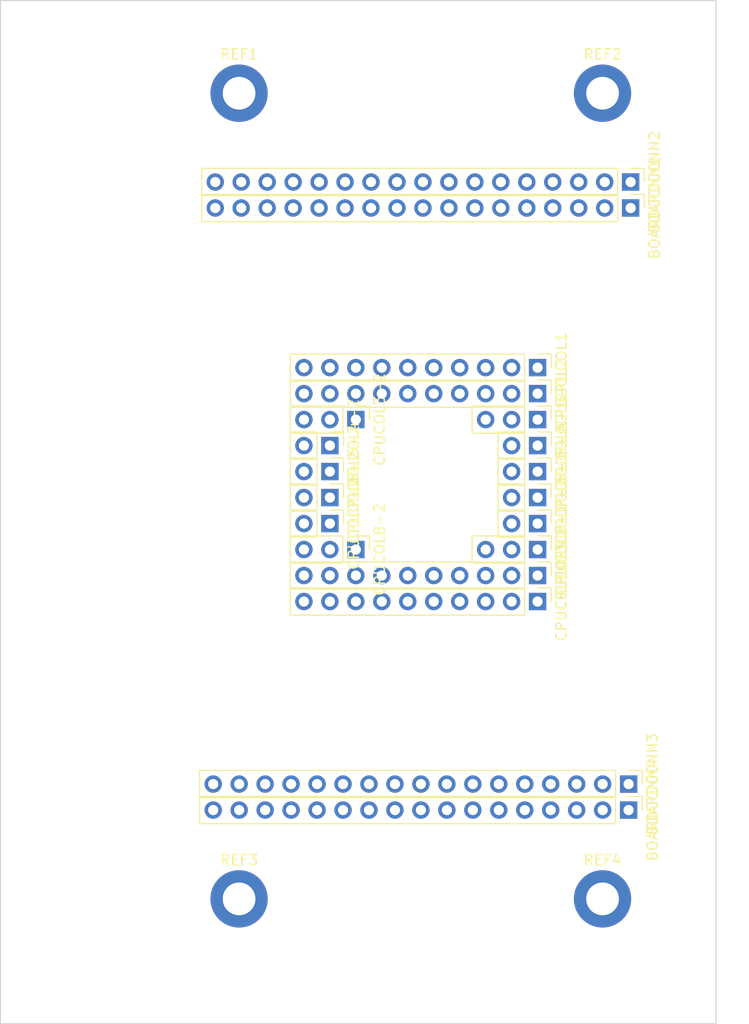
<source format=kicad_pcb>
(kicad_pcb (version 20211014) (generator pcbnew)
  (layers (0 "F.Cu" signal) (31 "B.Cu" signal) (34 "B.Paste" user) (35 "F.Paste" user) (36 "B.SilkS" user "B.Silkscreen") (37 "F.SilkS" user "F.Silkscreen") (38 "B.Mask" user) (39 "F.Mask" user) (44 "Edge.Cuts" user))
  (net 0 "")
  (net 1 "/K1")
  (net 2 "/J1")
  (net 3 "/H1")
  (net 4 "/G1")
  (net 5 "/F1")
  (net 6 "/E1")
  (net 7 "/D1")
  (net 8 "/C1")
  (net 9 "/B1")
  (net 10 "/A1")
  (net 11 "/K2")
  (net 12 "/J2")
  (net 13 "/H2")
  (net 14 "/G2")
  (net 15 "/F2")
  (net 16 "/E2")
  (net 17 "/D2")
  (net 18 "/C2")
  (net 19 "/B2")
  (net 20 "/A2")
  (net 21 "/K3")
  (net 22 "/J3")
  (net 23 "/H3")
  (net 24 "/C3")
  (net 25 "/B3")
  (net 26 "/A3")
  (net 27 "/K4")
  (net 28 "/J4")
  (net 29 "/B4")
  (net 30 "/A4")
  (net 31 "/K5")
  (net 32 "/J5")
  (net 33 "/B5")
  (net 34 "/A5")
  (net 35 "/K6")
  (net 36 "/J6")
  (net 37 "/B6")
  (net 38 "/A6")
  (net 39 "/K7")
  (net 40 "/J7")
  (net 41 "/B7")
  (net 42 "/A7")
  (net 43 "/K8")
  (net 44 "/J8")
  (net 45 "/H8")
  (net 46 "/C8")
  (net 47 "/B8")
  (net 48 "/A8")
  (net 49 "/K9")
  (net 50 "/J9")
  (net 51 "/H9")
  (net 52 "/G9")
  (net 53 "/F9")
  (net 54 "/E9")
  (net 55 "/D9")
  (net 56 "/C9")
  (net 57 "/B9")
  (net 58 "/A9")
  (net 59 "/K10")
  (net 60 "/J10")
  (net 61 "/H10")
  (net 62 "/G10")
  (net 63 "/F10")
  (net 64 "/E10")
  (net 65 "/D10")
  (net 66 "/C10")
  (net 67 "/B10")
  (net 68 "/A10")
  (footprint "Connector_PinHeader_2.54mm:PinHeader_1x02_P2.54mm_Vertical" (layer "F.Cu") (at 82.545 141.12 -90)
    (fp_text reference "CPUCOL7-1" (at 0 -2.33 90) (layer "F.SilkS"))
    (fp_text value "Conn_01x02_Female")
    (fp_line (start -1.33 1.27) (end -1.33 3.87) (layer "F.SilkS") (width 0.12))
    (fp_line (start -1.33 1.27) (end 1.33 1.27) (layer "F.SilkS") (width 0.12))
    (fp_line (start -1.33 3.87) (end 1.33 3.87) (layer "F.SilkS") (width 0.12))
    (fp_line (start -1.33 -1.33) (end 0 -1.33) (layer "F.SilkS") (width 0.12))
    (fp_line (start 1.33 1.27) (end 1.33 3.87) (layer "F.SilkS") (width 0.12))
    (fp_line (start -1.33 0) (end -1.33 -1.33) (layer "F.SilkS") (width 0.12))
    (pad "1" thru_hole rect (at 0 0 270) (size 1.7 1.7) (drill 1) (layers *.Cu *.Mask) (net 39 "/K7"))
    (pad "2" thru_hole oval (at 0 2.54 270) (size 1.7 1.7) (drill 1) (layers *.Cu *.Mask) (net 40 "/J7"))
  )
  (footprint "MountingHole:MountingHole_3.2mm_M3_DIN965_Pad" (layer "F.Cu") (at 88.9 99.06)
    (fp_text reference "REF2" (at 0 -3.8) (layer "F.SilkS"))
    (fp_text value "MountingHole_3.2mm_M3_DIN965_Pad")
    (pad "1" thru_hole circle (at 0 0) (size 5.6 5.6) (drill 3.2) (layers *.Cu *.Mask))
  )
  (footprint "Connector_PinHeader_2.54mm:PinHeader_1x03_P2.54mm_Vertical" (layer "F.Cu") (at 82.545 130.96 -90)
    (fp_text reference "CPUCOL3-1" (at 0 -2.33 90) (layer "F.SilkS"))
    (fp_text value "Conn_01x03_Female")
    (fp_line (start -1.33 -1.33) (end 0 -1.33) (layer "F.SilkS") (width 0.12))
    (fp_line (start 1.33 1.27) (end 1.33 6.41) (layer "F.SilkS") (width 0.12))
    (fp_line (start -1.33 0) (end -1.33 -1.33) (layer "F.SilkS") (width 0.12))
    (fp_line (start -1.33 1.27) (end 1.33 1.27) (layer "F.SilkS") (width 0.12))
    (fp_line (start -1.33 6.41) (end 1.33 6.41) (layer "F.SilkS") (width 0.12))
    (fp_line (start -1.33 1.27) (end -1.33 6.41) (layer "F.SilkS") (width 0.12))
    (pad "1" thru_hole rect (at 0 0 270) (size 1.7 1.7) (drill 1) (layers *.Cu *.Mask) (net 21 "/K3"))
    (pad "2" thru_hole oval (at 0 2.54 270) (size 1.7 1.7) (drill 1) (layers *.Cu *.Mask) (net 22 "/J3"))
    (pad "3" thru_hole oval (at 0 5.08 270) (size 1.7 1.7) (drill 1) (layers *.Cu *.Mask) (net 23 "/H3"))
  )
  (footprint "MountingHole:MountingHole_3.2mm_M3_DIN965_Pad" (layer "F.Cu") (at 53.34 99.06)
    (fp_text reference "REF1" (at 0 -3.8) (layer "F.SilkS"))
    (fp_text value "MountingHole_3.2mm_M3_DIN965_Pad")
    (pad "1" thru_hole circle (at 0 0) (size 5.6 5.6) (drill 3.2) (layers *.Cu *.Mask))
  )
  (footprint "MountingHole:MountingHole_3.2mm_M3_DIN965_Pad" (layer "F.Cu") (at 53.34 177.8)
    (fp_text reference "REF3" (at 0 -3.8) (layer "F.SilkS"))
    (fp_text value "MountingHole_3.2mm_M3_DIN965_Pad")
    (pad "1" thru_hole circle (at 0 0) (size 5.6 5.6) (drill 3.2) (layers *.Cu *.Mask))
  )
  (footprint "Connector_PinHeader_2.54mm:PinHeader_1x02_P2.54mm_Vertical" (layer "F.Cu") (at 62.225 141.12 -90)
    (fp_text reference "CPUCOL7-2" (at 0 -2.33 90) (layer "F.SilkS"))
    (fp_text value "Conn_01x02_Female")
    (fp_line (start -1.33 1.27) (end -1.33 3.87) (layer "F.SilkS") (width 0.12))
    (fp_line (start -1.33 3.87) (end 1.33 3.87) (layer "F.SilkS") (width 0.12))
    (fp_line (start -1.33 -1.33) (end 0 -1.33) (layer "F.SilkS") (width 0.12))
    (fp_line (start 1.33 1.27) (end 1.33 3.87) (layer "F.SilkS") (width 0.12))
    (fp_line (start -1.33 1.27) (end 1.33 1.27) (layer "F.SilkS") (width 0.12))
    (fp_line (start -1.33 0) (end -1.33 -1.33) (layer "F.SilkS") (width 0.12))
    (pad "1" thru_hole rect (at 0 0 270) (size 1.7 1.7) (drill 1) (layers *.Cu *.Mask) (net 41 "/B7"))
    (pad "2" thru_hole oval (at 0 2.54 270) (size 1.7 1.7) (drill 1) (layers *.Cu *.Mask) (net 42 "/A7"))
  )
  (footprint "Connector_PinHeader_2.54mm:PinHeader_1x17_P2.54mm_Vertical" (layer "F.Cu") (at 91.65 107.74 -90)
    (fp_text reference "BOARDCONN2" (at 0 -2.33 90) (layer "F.SilkS"))
    (fp_text value "Conn_01x17_Female")
    (fp_line (start 1.33 1.27) (end 1.33 41.97) (layer "F.SilkS") (width 0.12))
    (fp_line (start -1.33 41.97) (end 1.33 41.97) (layer "F.SilkS") (width 0.12))
    (fp_line (start -1.33 -1.33) (end 0 -1.33) (layer "F.SilkS") (width 0.12))
    (fp_line (start -1.33 1.27) (end -1.33 41.97) (layer "F.SilkS") (width 0.12))
    (fp_line (start -1.33 0) (end -1.33 -1.33) (layer "F.SilkS") (width 0.12))
    (fp_line (start -1.33 1.27) (end 1.33 1.27) (layer "F.SilkS") (width 0.12))
    (pad "1" thru_hole rect (at 0 0 270) (size 1.7 1.7) (drill 1) (layers *.Cu *.Mask) (net 18 "/C2"))
    (pad "2" thru_hole oval (at 0 2.54 270) (size 1.7 1.7) (drill 1) (layers *.Cu *.Mask) (net 19 "/B2"))
    (pad "3" thru_hole oval (at 0 5.08 270) (size 1.7 1.7) (drill 1) (layers *.Cu *.Mask) (net 20 "/A2"))
    (pad "4" thru_hole oval (at 0 7.62 270) (size 1.7 1.7) (drill 1) (layers *.Cu *.Mask) (net 21 "/K3"))
    (pad "5" thru_hole oval (at 0 10.16 270) (size 1.7 1.7) (drill 1) (layers *.Cu *.Mask) (net 22 "/J3"))
    (pad "6" thru_hole oval (at 0 12.7 270) (size 1.7 1.7) (drill 1) (layers *.Cu *.Mask) (net 23 "/H3"))
    (pad "7" thru_hole oval (at 0 15.24 270) (size 1.7 1.7) (drill 1) (layers *.Cu *.Mask) (net 24 "/C3"))
    (pad "8" thru_hole oval (at 0 17.78 270) (size 1.7 1.7) (drill 1) (layers *.Cu *.Mask) (net 25 "/B3"))
    (pad "9" thru_hole oval (at 0 20.32 270) (size 1.7 1.7) (drill 1) (layers *.Cu *.Mask) (net 26 "/A3"))
    (pad "10" thru_hole oval (at 0 22.86 270) (size 1.7 1.7) (drill 1) (layers *.Cu *.Mask) (net 27 "/K4"))
    (pad "11" thru_hole oval (at 0 25.4 270) (size 1.7 1.7) (drill 1) (layers *.Cu *.Mask) (net 28 "/J4"))
    (pad "12" thru_hole oval (at 0 27.94 270) (size 1.7 1.7) (drill 1) (layers *.Cu *.Mask) (net 29 "/B4"))
    (pad "13" thru_hole oval (at 0 30.48 270) (size 1.7 1.7) (drill 1) (layers *.Cu *.Mask) (net 30 "/A4"))
    (pad "14" thru_hole oval (at 0 33.02 270) (size 1.7 1.7) (drill 1) (layers *.Cu *.Mask) (net 31 "/K5"))
    (pad "15" thru_hole oval (at 0 35.56 270) (size 1.7 1.7) (drill 1) (layers *.Cu *.Mask) (net 32 "/J5"))
    (pad "16" thru_hole oval (at 0 38.1 270) (size 1.7 1.7) (drill 1) (layers *.Cu *.Mask) (net 33 "/B5"))
    (pad "17" thru_hole oval (at 0 40.64 270) (size 1.7 1.7) (drill 1) (layers *.Cu *.Mask) (net 34 "/A5"))
  )
  (footprint "Connector_PinHeader_2.54mm:PinHeader_1x02_P2.54mm_Vertical" (layer "F.Cu") (at 62.225 136.04 -90)
    (fp_text reference "CPUCOL5-2" (at 0 -2.33 90) (layer "F.SilkS"))
    (fp_text value "Conn_01x02_Female")
    (fp_line (start -1.33 1.27) (end 1.33 1.27) (layer "F.SilkS") (width 0.12))
    (fp_line (start -1.33 1.27) (end -1.33 3.87) (layer "F.SilkS") (width 0.12))
    (fp_line (start -1.33 0) (end -1.33 -1.33) (layer "F.SilkS") (width 0.12))
    (fp_line (start -1.33 3.87) (end 1.33 3.87) (layer "F.SilkS") (width 0.12))
    (fp_line (start 1.33 1.27) (end 1.33 3.87) (layer "F.SilkS") (width 0.12))
    (fp_line (start -1.33 -1.33) (end 0 -1.33) (layer "F.SilkS") (width 0.12))
    (pad "1" thru_hole rect (at 0 0 270) (size 1.7 1.7) (drill 1) (layers *.Cu *.Mask) (net 33 "/B5"))
    (pad "2" thru_hole oval (at 0 2.54 270) (size 1.7 1.7) (drill 1) (layers *.Cu *.Mask) (net 34 "/A5"))
  )
  (footprint "Connector_PinHeader_2.54mm:PinHeader_1x10_P2.54mm_Vertical" (layer "F.Cu") (at 82.545 125.88 -90)
    (fp_text reference "CPUCOL1" (at 0 -2.33 90) (layer "F.SilkS"))
    (fp_text value "Conn_01x10_Female")
    (fp_line (start -1.33 24.19) (end 1.33 24.19) (layer "F.SilkS") (width 0.12))
    (fp_line (start -1.33 -1.33) (end 0 -1.33) (layer "F.SilkS") (width 0.12))
    (fp_line (start -1.33 0) (end -1.33 -1.33) (layer "F.SilkS") (width 0.12))
    (fp_line (start -1.33 1.27) (end 1.33 1.27) (layer "F.SilkS") (width 0.12))
    (fp_line (start 1.33 1.27) (end 1.33 24.19) (layer "F.SilkS") (width 0.12))
    (fp_line (start -1.33 1.27) (end -1.33 24.19) (layer "F.SilkS") (width 0.12))
    (pad "1" thru_hole rect (at 0 0 270) (size 1.7 1.7) (drill 1) (layers *.Cu *.Mask) (net 1 "/K1"))
    (pad "2" thru_hole oval (at 0 2.54 270) (size 1.7 1.7) (drill 1) (layers *.Cu *.Mask) (net 2 "/J1"))
    (pad "3" thru_hole oval (at 0 5.08 270) (size 1.7 1.7) (drill 1) (layers *.Cu *.Mask) (net 3 "/H1"))
    (pad "4" thru_hole oval (at 0 7.62 270) (size 1.7 1.7) (drill 1) (layers *.Cu *.Mask) (net 4 "/G1"))
    (pad "5" thru_hole oval (at 0 10.16 270) (size 1.7 1.7) (drill 1) (layers *.Cu *.Mask) (net 5 "/F1"))
    (pad "6" thru_hole oval (at 0 12.7 270) (size 1.7 1.7) (drill 1) (layers *.Cu *.Mask) (net 6 "/E1"))
    (pad "7" thru_hole oval (at 0 15.24 270) (size 1.7 1.7) (drill 1) (layers *.Cu *.Mask) (net 7 "/D1"))
    (pad "8" thru_hole oval (at 0 17.78 270) (size 1.7 1.7) (drill 1) (layers *.Cu *.Mask) (net 8 "/C1"))
    (pad "9" thru_hole oval (at 0 20.32 270) (size 1.7 1.7) (drill 1) (layers *.Cu *.Mask) (net 9 "/B1"))
    (pad "10" thru_hole oval (at 0 22.86 270) (size 1.7 1.7) (drill 1) (layers *.Cu *.Mask) (net 10 "/A1"))
  )
  (footprint "Connector_PinHeader_2.54mm:PinHeader_1x02_P2.54mm_Vertical" (layer "F.Cu") (at 82.545 136.04 -90)
    (fp_text reference "CPUCOL5-1" (at 0 -2.33 90) (layer "F.SilkS"))
    (fp_text value "Conn_01x02_Female")
    (fp_line (start -1.33 1.27) (end -1.33 3.87) (layer "F.SilkS") (width 0.12))
    (fp_line (start -1.33 -1.33) (end 0 -1.33) (layer "F.SilkS") (width 0.12))
    (fp_line (start -1.33 1.27) (end 1.33 1.27) (layer "F.SilkS") (width 0.12))
    (fp_line (start 1.33 1.27) (end 1.33 3.87) (layer "F.SilkS") (width 0.12))
    (fp_line (start -1.33 0) (end -1.33 -1.33) (layer "F.SilkS") (width 0.12))
    (fp_line (start -1.33 3.87) (end 1.33 3.87) (layer "F.SilkS") (width 0.12))
    (pad "1" thru_hole rect (at 0 0 270) (size 1.7 1.7) (drill 1) (layers *.Cu *.Mask) (net 31 "/K5"))
    (pad "2" thru_hole oval (at 0 2.54 270) (size 1.7 1.7) (drill 1) (layers *.Cu *.Mask) (net 32 "/J5"))
  )
  (footprint "Connector_PinHeader_2.54mm:PinHeader_1x03_P2.54mm_Vertical" (layer "F.Cu") (at 82.545 143.66 -90)
    (fp_text reference "CPUCOL8-1" (at 0 -2.33 90) (layer "F.SilkS"))
    (fp_text value "Conn_01x03_Female")
    (fp_line (start 1.33 1.27) (end 1.33 6.41) (layer "F.SilkS") (width 0.12))
    (fp_line (start -1.33 0) (end -1.33 -1.33) (layer "F.SilkS") (width 0.12))
    (fp_line (start -1.33 1.27) (end 1.33 1.27) (layer "F.SilkS") (width 0.12))
    (fp_line (start -1.33 1.27) (end -1.33 6.41) (layer "F.SilkS") (width 0.12))
    (fp_line (start -1.33 6.41) (end 1.33 6.41) (layer "F.SilkS") (width 0.12))
    (fp_line (start -1.33 -1.33) (end 0 -1.33) (layer "F.SilkS") (width 0.12))
    (pad "1" thru_hole rect (at 0 0 270) (size 1.7 1.7) (drill 1) (layers *.Cu *.Mask) (net 43 "/K8"))
    (pad "2" thru_hole oval (at 0 2.54 270) (size 1.7 1.7) (drill 1) (layers *.Cu *.Mask) (net 44 "/J8"))
    (pad "3" thru_hole oval (at 0 5.08 270) (size 1.7 1.7) (drill 1) (layers *.Cu *.Mask) (net 45 "/H8"))
  )
  (footprint "MountingHole:MountingHole_3.2mm_M3_DIN965_Pad" (layer "F.Cu") (at 88.9 177.8)
    (fp_text reference "REF4" (at 0 -3.8) (layer "F.SilkS"))
    (fp_text value "MountingHole_3.2mm_M3_DIN965_Pad")
    (pad "1" thru_hole circle (at 0 0) (size 5.6 5.6) (drill 3.2) (layers *.Cu *.Mask))
  )
  (footprint "Connector_PinHeader_2.54mm:PinHeader_1x02_P2.54mm_Vertical" (layer "F.Cu") (at 82.545 133.5 -90)
    (fp_text reference "CPUCOL4-1" (at 0 -2.33 90) (layer "F.SilkS"))
    (fp_text value "Conn_01x02_Female")
    (fp_line (start -1.33 -1.33) (end 0 -1.33) (layer "F.SilkS") (width 0.12))
    (fp_line (start -1.33 3.87) (end 1.33 3.87) (layer "F.SilkS") (width 0.12))
    (fp_line (start -1.33 1.27) (end 1.33 1.27) (layer "F.SilkS") (width 0.12))
    (fp_line (start -1.33 0) (end -1.33 -1.33) (layer "F.SilkS") (width 0.12))
    (fp_line (start -1.33 1.27) (end -1.33 3.87) (layer "F.SilkS") (width 0.12))
    (fp_line (start 1.33 1.27) (end 1.33 3.87) (layer "F.SilkS") (width 0.12))
    (pad "1" thru_hole rect (at 0 0 270) (size 1.7 1.7) (drill 1) (layers *.Cu *.Mask) (net 27 "/K4"))
    (pad "2" thru_hole oval (at 0 2.54 270) (size 1.7 1.7) (drill 1) (layers *.Cu *.Mask) (net 28 "/J4"))
  )
  (footprint "Connector_PinHeader_2.54mm:PinHeader_1x10_P2.54mm_Vertical" (layer "F.Cu") (at 82.545 128.42 -90)
    (fp_text reference "CPUCOL2" (at 0 -2.33 90) (layer "F.SilkS"))
    (fp_text value "Conn_01x10_Female")
    (fp_line (start -1.33 -1.33) (end 0 -1.33) (layer "F.SilkS") (width 0.12))
    (fp_line (start -1.33 24.19) (end 1.33 24.19) (layer "F.SilkS") (width 0.12))
    (fp_line (start -1.33 0) (end -1.33 -1.33) (layer "F.SilkS") (width 0.12))
    (fp_line (start -1.33 1.27) (end 1.33 1.27) (layer "F.SilkS") (width 0.12))
    (fp_line (start 1.33 1.27) (end 1.33 24.19) (layer "F.SilkS") (width 0.12))
    (fp_line (start -1.33 1.27) (end -1.33 24.19) (layer "F.SilkS") (width 0.12))
    (pad "1" thru_hole rect (at 0 0 270) (size 1.7 1.7) (drill 1) (layers *.Cu *.Mask) (net 11 "/K2"))
    (pad "2" thru_hole oval (at 0 2.54 270) (size 1.7 1.7) (drill 1) (layers *.Cu *.Mask) (net 12 "/J2"))
    (pad "3" thru_hole oval (at 0 5.08 270) (size 1.7 1.7) (drill 1) (layers *.Cu *.Mask) (net 13 "/H2"))
    (pad "4" thru_hole oval (at 0 7.62 270) (size 1.7 1.7) (drill 1) (layers *.Cu *.Mask) (net 14 "/G2"))
    (pad "5" thru_hole oval (at 0 10.16 270) (size 1.7 1.7) (drill 1) (layers *.Cu *.Mask) (net 15 "/F2"))
    (pad "6" thru_hole oval (at 0 12.7 270) (size 1.7 1.7) (drill 1) (layers *.Cu *.Mask) (net 16 "/E2"))
    (pad "7" thru_hole oval (at 0 15.24 270) (size 1.7 1.7) (drill 1) (layers *.Cu *.Mask) (net 17 "/D2"))
    (pad "8" thru_hole oval (at 0 17.78 270) (size 1.7 1.7) (drill 1) (layers *.Cu *.Mask) (net 18 "/C2"))
    (pad "9" thru_hole oval (at 0 20.32 270) (size 1.7 1.7) (drill 1) (layers *.Cu *.Mask) (net 19 "/B2"))
    (pad "10" thru_hole oval (at 0 22.86 270) (size 1.7 1.7) (drill 1) (layers *.Cu *.Mask) (net 20 "/A2"))
  )
  (footprint "Connector_PinHeader_2.54mm:PinHeader_1x17_P2.54mm_Vertical" (layer "F.Cu") (at 91.45 169.12 -90)
    (fp_text reference "BOARDCONN4" (at 0 -2.33 90) (layer "F.SilkS"))
    (fp_text value "Conn_01x17_Female")
    (fp_line (start -1.33 41.97) (end 1.33 41.97) (layer "F.SilkS") (width 0.12))
    (fp_line (start -1.33 -1.33) (end 0 -1.33) (layer "F.SilkS") (width 0.12))
    (fp_line (start -1.33 1.27) (end 1.33 1.27) (layer "F.SilkS") (width 0.12))
    (fp_line (start -1.33 1.27) (end -1.33 41.97) (layer "F.SilkS") (width 0.12))
    (fp_line (start 1.33 1.27) (end 1.33 41.97) (layer "F.SilkS") (width 0.12))
    (fp_line (start -1.33 0) (end -1.33 -1.33) (layer "F.SilkS") (width 0.12))
    (pad "1" thru_hole rect (at 0 0 270) (size 1.7 1.7) (drill 1) (layers *.Cu *.Mask) (net 52 "/G9"))
    (pad "2" thru_hole oval (at 0 2.54 270) (size 1.7 1.7) (drill 1) (layers *.Cu *.Mask) (net 53 "/F9"))
    (pad "3" thru_hole oval (at 0 5.08 270) (size 1.7 1.7) (drill 1) (layers *.Cu *.Mask) (net 54 "/E9"))
    (pad "4" thru_hole oval (at 0 7.62 270) (size 1.7 1.7) (drill 1) (layers *.Cu *.Mask) (net 55 "/D9"))
    (pad "5" thru_hole oval (at 0 10.16 270) (size 1.7 1.7) (drill 1) (layers *.Cu *.Mask) (net 56 "/C9"))
    (pad "6" thru_hole oval (at 0 12.7 270) (size 1.7 1.7) (drill 1) (layers *.Cu *.Mask) (net 57 "/B9"))
    (pad "7" thru_hole oval (at 0 15.24 270) (size 1.7 1.7) (drill 1) (layers *.Cu *.Mask) (net 58 "/A9"))
    (pad "8" thru_hole oval (at 0 17.78 270) (size 1.7 1.7) (drill 1) (layers *.Cu *.Mask) (net 59 "/K10"))
    (pad "9" thru_hole oval (at 0 20.32 270) (size 1.7 1.7) (drill 1) (layers *.Cu *.Mask) (net 60 "/J10"))
    (pad "10" thru_hole oval (at 0 22.86 270) (size 1.7 1.7) (drill 1) (layers *.Cu *.Mask) (net 61 "/H10"))
    (pad "11" thru_hole oval (at 0 25.4 270) (size 1.7 1.7) (drill 1) (layers *.Cu *.Mask) (net 62 "/G10"))
    (pad "12" thru_hole oval (at 0 27.94 270) (size 1.7 1.7) (drill 1) (layers *.Cu *.Mask) (net 63 "/F10"))
    (pad "13" thru_hole oval (at 0 30.48 270) (size 1.7 1.7) (drill 1) (layers *.Cu *.Mask) (net 64 "/E10"))
    (pad "14" thru_hole oval (at 0 33.02 270) (size 1.7 1.7) (drill 1) (layers *.Cu *.Mask) (net 65 "/D10"))
    (pad "15" thru_hole oval (at 0 35.56 270) (size 1.7 1.7) (drill 1) (layers *.Cu *.Mask) (net 66 "/C10"))
    (pad "16" thru_hole oval (at 0 38.1 270) (size 1.7 1.7) (drill 1) (layers *.Cu *.Mask) (net 67 "/B10"))
    (pad "17" thru_hole oval (at 0 40.64 270) (size 1.7 1.7) (drill 1) (layers *.Cu *.Mask) (net 68 "/A10"))
  )
  (footprint "Connector_PinHeader_2.54mm:PinHeader_1x03_P2.54mm_Vertical" (layer "F.Cu") (at 64.765 130.96 -90)
    (fp_text reference "CPUCOL3-2" (at 0 -2.33 90) (layer "F.SilkS"))
    (fp_text value "Conn_01x03_Female")
    (fp_line (start -1.33 0) (end -1.33 -1.33) (layer "F.SilkS") (width 0.12))
    (fp_line (start 1.33 1.27) (end 1.33 6.41) (layer "F.SilkS") (width 0.12))
    (fp_line (start -1.33 1.27) (end -1.33 6.41) (layer "F.SilkS") (width 0.12))
    (fp_line (start -1.33 -1.33) (end 0 -1.33) (layer "F.SilkS") (width 0.12))
    (fp_line (start -1.33 1.27) (end 1.33 1.27) (layer "F.SilkS") (width 0.12))
    (fp_line (start -1.33 6.41) (end 1.33 6.41) (layer "F.SilkS") (width 0.12))
    (pad "1" thru_hole rect (at 0 0 270) (size 1.7 1.7) (drill 1) (layers *.Cu *.Mask) (net 24 "/C3"))
    (pad "2" thru_hole oval (at 0 2.54 270) (size 1.7 1.7) (drill 1) (layers *.Cu *.Mask) (net 25 "/B3"))
    (pad "3" thru_hole oval (at 0 5.08 270) (size 1.7 1.7) (drill 1) (layers *.Cu *.Mask) (net 26 "/A3"))
  )
  (footprint "Connector_PinHeader_2.54mm:PinHeader_1x17_P2.54mm_Vertical" (layer "F.Cu") (at 91.65 110.28 -90)
    (fp_text reference "BOARDCONN1" (at 0 -2.33 90) (layer "F.SilkS"))
    (fp_text value "Conn_01x17_Female")
    (fp_line (start -1.33 0) (end -1.33 -1.33) (layer "F.SilkS") (width 0.12))
    (fp_line (start -1.33 1.27) (end -1.33 41.97) (layer "F.SilkS") (width 0.12))
    (fp_line (start -1.33 41.97) (end 1.33 41.97) (layer "F.SilkS") (width 0.12))
    (fp_line (start -1.33 -1.33) (end 0 -1.33) (layer "F.SilkS") (width 0.12))
    (fp_line (start 1.33 1.27) (end 1.33 41.97) (layer "F.SilkS") (width 0.12))
    (fp_line (start -1.33 1.27) (end 1.33 1.27) (layer "F.SilkS") (width 0.12))
    (pad "1" thru_hole rect (at 0 0 270) (size 1.7 1.7) (drill 1) (layers *.Cu *.Mask) (net 1 "/K1"))
    (pad "2" thru_hole oval (at 0 2.54 270) (size 1.7 1.7) (drill 1) (layers *.Cu *.Mask) (net 2 "/J1"))
    (pad "3" thru_hole oval (at 0 5.08 270) (size 1.7 1.7) (drill 1) (layers *.Cu *.Mask) (net 3 "/H1"))
    (pad "4" thru_hole oval (at 0 7.62 270) (size 1.7 1.7) (drill 1) (layers *.Cu *.Mask) (net 4 "/G1"))
    (pad "5" thru_hole oval (at 0 10.16 270) (size 1.7 1.7) (drill 1) (layers *.Cu *.Mask) (net 5 "/F1"))
    (pad "6" thru_hole oval (at 0 12.7 270) (size 1.7 1.7) (drill 1) (layers *.Cu *.Mask) (net 6 "/E1"))
    (pad "7" thru_hole oval (at 0 15.24 270) (size 1.7 1.7) (drill 1) (layers *.Cu *.Mask) (net 7 "/D1"))
    (pad "8" thru_hole oval (at 0 17.78 270) (size 1.7 1.7) (drill 1) (layers *.Cu *.Mask) (net 8 "/C1"))
    (pad "9" thru_hole oval (at 0 20.32 270) (size 1.7 1.7) (drill 1) (layers *.Cu *.Mask) (net 9 "/B1"))
    (pad "10" thru_hole oval (at 0 22.86 270) (size 1.7 1.7) (drill 1) (layers *.Cu *.Mask) (net 10 "/A1"))
    (pad "11" thru_hole oval (at 0 25.4 270) (size 1.7 1.7) (drill 1) (layers *.Cu *.Mask) (net 11 "/K2"))
    (pad "12" thru_hole oval (at 0 27.94 270) (size 1.7 1.7) (drill 1) (layers *.Cu *.Mask) (net 12 "/J2"))
    (pad "13" thru_hole oval (at 0 30.48 270) (size 1.7 1.7) (drill 1) (layers *.Cu *.Mask) (net 13 "/H2"))
    (pad "14" thru_hole oval (at 0 33.02 270) (size 1.7 1.7) (drill 1) (layers *.Cu *.Mask) (net 14 "/G2"))
    (pad "15" thru_hole oval (at 0 35.56 270) (size 1.7 1.7) (drill 1) (layers *.Cu *.Mask) (net 15 "/F2"))
    (pad "16" thru_hole oval (at 0 38.1 270) (size 1.7 1.7) (drill 1) (layers *.Cu *.Mask) (net 16 "/E2"))
    (pad "17" thru_hole oval (at 0 40.64 270) (size 1.7 1.7) (drill 1) (layers *.Cu *.Mask) (net 17 "/D2"))
  )
  (footprint "Connector_PinHeader_2.54mm:PinHeader_1x02_P2.54mm_Vertical" (layer "F.Cu") (at 62.225 138.58 -90)
    (fp_text reference "CPUCOL6-2" (at 0 -2.33 90) (layer "F.SilkS"))
    (fp_text value "Conn_01x02_Female")
    (fp_line (start -1.33 3.87) (end 1.33 3.87) (layer "F.SilkS") (width 0.12))
    (fp_line (start -1.33 1.27) (end 1.33 1.27) (layer "F.SilkS") (width 0.12))
    (fp_line (start -1.33 -1.33) (end 0 -1.33) (layer "F.SilkS") (width 0.12))
    (fp_line (start -1.33 1.27) (end -1.33 3.87) (layer "F.SilkS") (width 0.12))
    (fp_line (start 1.33 1.27) (end 1.33 3.87) (layer "F.SilkS") (width 0.12))
    (fp_line (start -1.33 0) (end -1.33 -1.33) (layer "F.SilkS") (width 0.12))
    (pad "1" thru_hole rect (at 0 0 270) (size 1.7 1.7) (drill 1) (layers *.Cu *.Mask) (net 37 "/B6"))
    (pad "2" thru_hole oval (at 0 2.54 270) (size 1.7 1.7) (drill 1) (layers *.Cu *.Mask) (net 38 "/A6"))
  )
  (footprint "Connector_PinHeader_2.54mm:PinHeader_1x03_P2.54mm_Vertical" (layer "F.Cu") (at 64.765 143.66 -90)
    (fp_text reference "CPUCOL8-2" (at 0 -2.33 90) (layer "F.SilkS"))
    (fp_text value "Conn_01x03_Female")
    (fp_line (start -1.33 1.27) (end -1.33 6.41) (layer "F.SilkS") (width 0.12))
    (fp_line (start -1.33 1.27) (end 1.33 1.27) (layer "F.SilkS") (width 0.12))
    (fp_line (start -1.33 0) (end -1.33 -1.33) (layer "F.SilkS") (width 0.12))
    (fp_line (start 1.33 1.27) (end 1.33 6.41) (layer "F.SilkS") (width 0.12))
    (fp_line (start -1.33 6.41) (end 1.33 6.41) (layer "F.SilkS") (width 0.12))
    (fp_line (start -1.33 -1.33) (end 0 -1.33) (layer "F.SilkS") (width 0.12))
    (pad "1" thru_hole rect (at 0 0 270) (size 1.7 1.7) (drill 1) (layers *.Cu *.Mask) (net 46 "/C8"))
    (pad "2" thru_hole oval (at 0 2.54 270) (size 1.7 1.7) (drill 1) (layers *.Cu *.Mask) (net 47 "/B8"))
    (pad "3" thru_hole oval (at 0 5.08 270) (size 1.7 1.7) (drill 1) (layers *.Cu *.Mask) (net 48 "/A8"))
  )
  (footprint "Connector_PinHeader_2.54mm:PinHeader_1x02_P2.54mm_Vertical" (layer "F.Cu") (at 62.225 133.5 -90)
    (fp_text reference "CPUCOL4-2" (at 0 -2.33 90) (layer "F.SilkS"))
    (fp_text value "Conn_01x02_Female")
    (fp_line (start -1.33 -1.33) (end 0 -1.33) (layer "F.SilkS") (width 0.12))
    (fp_line (start -1.33 0) (end -1.33 -1.33) (layer "F.SilkS") (width 0.12))
    (fp_line (start -1.33 1.27) (end 1.33 1.27) (layer "F.SilkS") (width 0.12))
    (fp_line (start 1.33 1.27) (end 1.33 3.87) (layer "F.SilkS") (width 0.12))
    (fp_line (start -1.33 1.27) (end -1.33 3.87) (layer "F.SilkS") (width 0.12))
    (fp_line (start -1.33 3.87) (end 1.33 3.87) (layer "F.SilkS") (width 0.12))
    (pad "1" thru_hole rect (at 0 0 270) (size 1.7 1.7) (drill 1) (layers *.Cu *.Mask) (net 29 "/B4"))
    (pad "2" thru_hole oval (at 0 2.54 270) (size 1.7 1.7) (drill 1) (layers *.Cu *.Mask) (net 30 "/A4"))
  )
  (footprint "Connector_PinHeader_2.54mm:PinHeader_1x10_P2.54mm_Vertical" (layer "F.Cu") (at 82.545 148.74 -90)
    (fp_text reference "CPUCOL10" (at 0 -2.33 90) (layer "F.SilkS"))
    (fp_text value "Conn_01x10_Female")
    (fp_line (start -1.33 24.19) (end 1.33 24.19) (layer "F.SilkS") (width 0.12))
    (fp_line (start 1.33 1.27) (end 1.33 24.19) (layer "F.SilkS") (width 0.12))
    (fp_line (start -1.33 0) (end -1.33 -1.33) (layer "F.SilkS") (width 0.12))
    (fp_line (start -1.33 1.27) (end 1.33 1.27) (layer "F.SilkS") (width 0.12))
    (fp_line (start -1.33 -1.33) (end 0 -1.33) (layer "F.SilkS") (width 0.12))
    (fp_line (start -1.33 1.27) (end -1.33 24.19) (layer "F.SilkS") (width 0.12))
    (pad "1" thru_hole rect (at 0 0 270) (size 1.7 1.7) (drill 1) (layers *.Cu *.Mask) (net 59 "/K10"))
    (pad "2" thru_hole oval (at 0 2.54 270) (size 1.7 1.7) (drill 1) (layers *.Cu *.Mask) (net 60 "/J10"))
    (pad "3" thru_hole oval (at 0 5.08 270) (size 1.7 1.7) (drill 1) (layers *.Cu *.Mask) (net 61 "/H10"))
    (pad "4" thru_hole oval (at 0 7.62 270) (size 1.7 1.7) (drill 1) (layers *.Cu *.Mask) (net 62 "/G10"))
    (pad "5" thru_hole oval (at 0 10.16 270) (size 1.7 1.7) (drill 1) (layers *.Cu *.Mask) (net 63 "/F10"))
    (pad "6" thru_hole oval (at 0 12.7 270) (size 1.7 1.7) (drill 1) (layers *.Cu *.Mask) (net 64 "/E10"))
    (pad "7" thru_hole oval (at 0 15.24 270) (size 1.7 1.7) (drill 1) (layers *.Cu *.Mask) (net 65 "/D10"))
    (pad "8" thru_hole oval (at 0 17.78 270) (size 1.7 1.7) (drill 1) (layers *.Cu *.Mask) (net 66 "/C10"))
    (pad "9" thru_hole oval (at 0 20.32 270) (size 1.7 1.7) (drill 1) (layers *.Cu *.Mask) (net 67 "/B10"))
    (pad "10" thru_hole oval (at 0 22.86 270) (size 1.7 1.7) (drill 1) (layers *.Cu *.Mask) (net 68 "/A10"))
  )
  (footprint "Connector_PinHeader_2.54mm:PinHeader_1x10_P2.54mm_Vertical" (layer "F.Cu") (at 82.545 146.2 -90)
    (fp_text reference "CPUCOL9" (at 0 -2.33 90) (layer "F.SilkS"))
    (fp_text value "Conn_01x10_Female")
    (fp_line (start -1.33 -1.33) (end 0 -1.33) (layer "F.SilkS") (width 0.12))
    (fp_line (start -1.33 1.27) (end 1.33 1.27) (layer "F.SilkS") (width 0.12))
    (fp_line (start -1.33 0) (end -1.33 -1.33) (layer "F.SilkS") (width 0.12))
    (fp_line (start -1.33 1.27) (end -1.33 24.19) (layer "F.SilkS") (width 0.12))
    (fp_line (start 1.33 1.27) (end 1.33 24.19) (layer "F.SilkS") (width 0.12))
    (fp_line (start -1.33 24.19) (end 1.33 24.19) (layer "F.SilkS") (width 0.12))
    (pad "1" thru_hole rect (at 0 0 270) (size 1.7 1.7) (drill 1) (layers *.Cu *.Mask) (net 49 "/K9"))
    (pad "2" thru_hole oval (at 0 2.54 270) (size 1.7 1.7) (drill 1) (layers *.Cu *.Mask) (net 50 "/J9"))
    (pad "3" thru_hole oval (at 0 5.08 270) (size 1.7 1.7) (drill 1) (layers *.Cu *.Mask) (net 51 "/H9"))
    (pad "4" thru_hole oval (at 0 7.62 270) (size 1.7 1.7) (drill 1) (layers *.Cu *.Mask) (net 52 "/G9"))
    (pad "5" thru_hole oval (at 0 10.16 270) (size 1.7 1.7) (drill 1) (layers *.Cu *.Mask) (net 53 "/F9"))
    (pad "6" thru_hole oval (at 0 12.7 270) (size 1.7 1.7) (drill 1) (layers *.Cu *.Mask) (net 54 "/E9"))
    (pad "7" thru_hole oval (at 0 15.24 270) (size 1.7 1.7) (drill 1) (layers *.Cu *.Mask) (net 55 "/D9"))
    (pad "8" thru_hole oval (at 0 17.78 270) (size 1.7 1.7) (drill 1) (layers *.Cu *.Mask) (net 56 "/C9"))
    (pad "9" thru_hole oval (at 0 20.32 270) (size 1.7 1.7) (drill 1) (layers *.Cu *.Mask) (net 57 "/B9"))
    (pad "10" thru_hole oval (at 0 22.86 270) (size 1.7 1.7) (drill 1) (layers *.Cu *.Mask) (net 58 "/A9"))
  )
  (footprint "Connector_PinHeader_2.54mm:PinHeader_1x17_P2.54mm_Vertical" (layer "F.Cu") (at 91.45 166.58 -90)
    (fp_text reference "BOARDCONN3" (at 0 -2.33 90) (layer "F.SilkS"))
    (fp_text value "Conn_01x17_Female")
    (fp_line (start -1.33 1.27) (end 1.33 1.27) (layer "F.SilkS") (width 0.12))
    (fp_line (start -1.33 1.27) (end -1.33 41.97) (layer "F.SilkS") (width 0.12))
    (fp_line (start -1.33 -1.33) (end 0 -1.33) (layer "F.SilkS") (width 0.12))
    (fp_line (start -1.33 0) (end -1.33 -1.33) (layer "F.SilkS") (width 0.12))
    (fp_line (start 1.33 1.27) (end 1.33 41.97) (layer "F.SilkS") (width 0.12))
    (fp_line (start -1.33 41.97) (end 1.33 41.97) (layer "F.SilkS") (width 0.12))
    (pad "1" thru_hole rect (at 0 0 270) (size 1.7 1.7) (drill 1) (layers *.Cu *.Mask) (net 35 "/K6"))
    (pad "2" thru_hole oval (at 0 2.54 270) (size 1.7 1.7) (drill 1) (layers *.Cu *.Mask) (net 36 "/J6"))
    (pad "3" thru_hole oval (at 0 5.08 270) (size 1.7 1.7) (drill 1) (layers *.Cu *.Mask) (net 37 "/B6"))
    (pad "4" thru_hole oval (at 0 7.62 270) (size 1.7 1.7) (drill 1) (layers *.Cu *.Mask) (net 38 "/A6"))
    (pad "5" thru_hole oval (at 0 10.16 270) (size 1.7 1.7) (drill 1) (layers *.Cu *.Mask) (net 39 "/K7"))
    (pad "6" thru_hole oval (at 0 12.7 270) (size 1.7 1.7) (drill 1) (layers *.Cu *.Mask) (net 40 "/J7"))
    (pad "7" thru_hole oval (at 0 15.24 270) (size 1.7 1.7) (drill 1) (layers *.Cu *.Mask) (net 41 "/B7"))
    (pad "8" thru_hole oval (at 0 17.78 270) (size 1.7 1.7) (drill 1) (layers *.Cu *.Mask) (net 42 "/A7"))
    (pad "9" thru_hole oval (at 0 20.32 270) (size 1.7 1.7) (drill 1) (layers *.Cu *.Mask) (net 43 "/K8"))
    (pad "10" thru_hole oval (at 0 22.86 270) (size 1.7 1.7) (drill 1) (layers *.Cu *.Mask) (net 44 "/J8"))
    (pad "11" thru_hole oval (at 0 25.4 270) (size 1.7 1.7) (drill 1) (layers *.Cu *.Mask) (net 45 "/H8"))
    (pad "12" thru_hole oval (at 0 27.94 270) (size 1.7 1.7) (drill 1) (layers *.Cu *.Mask) (net 46 "/C8"))
    (pad "13" thru_hole oval (at 0 30.48 270) (size 1.7 1.7) (drill 1) (layers *.Cu *.Mask) (net 47 "/B8"))
    (pad "14" thru_hole oval (at 0 33.02 270) (size 1.7 1.7) (drill 1) (layers *.Cu *.Mask) (net 48 "/A8"))
    (pad "15" thru_hole oval (at 0 35.56 270) (size 1.7 1.7) (drill 1) (layers *.Cu *.Mask) (net 49 "/K9"))
    (pad "16" thru_hole oval (at 0 38.1 270) (size 1.7 1.7) (drill 1) (layers *.Cu *.Mask) (net 50 "/J9"))
    (pad "17" thru_hole oval (at 0 40.64 270) (size 1.7 1.7) (drill 1) (layers *.Cu *.Mask) (net 51 "/H9"))
  )
  (footprint "Connector_PinHeader_2.54mm:PinHeader_1x02_P2.54mm_Vertical" (layer "F.Cu") (at 82.545 138.58 -90)
    (fp_text reference "CPUCOL6-1" (at 0 -2.33 90) (layer "F.SilkS"))
    (fp_text value "Conn_01x02_Female")
    (fp_line (start -1.33 0) (end -1.33 -1.33) (layer "F.SilkS") (width 0.12))
    (fp_line (start -1.33 1.27) (end -1.33 3.87) (layer "F.SilkS") (width 0.12))
    (fp_line (start 1.33 1.27) (end 1.33 3.87) (layer "F.SilkS") (width 0.12))
    (fp_line (start -1.33 -1.33) (end 0 -1.33) (layer "F.SilkS") (width 0.12))
    (fp_line (start -1.33 1.27) (end 1.33 1.27) (layer "F.SilkS") (width 0.12))
    (fp_line (start -1.33 3.87) (end 1.33 3.87) (layer "F.SilkS") (width 0.12))
    (pad "1" thru_hole rect (at 0 0 270) (size 1.7 1.7) (drill 1) (layers *.Cu *.Mask) (net 35 "/K6"))
    (pad "2" thru_hole oval (at 0 2.54 270) (size 1.7 1.7) (drill 1) (layers *.Cu *.Mask) (net 36 "/J6"))
  )
  (gr_rect (start 30 90) (end 100 190) (layer "Edge.Cuts") (width 0.1) (fill none))
)
</source>
